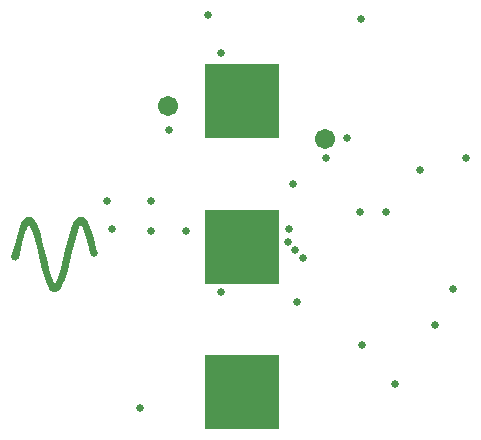
<source format=gbs>
%FSLAX44Y44*%
%MOMM*%
G71*
G01*
G75*
G04 Layer_Color=16711935*
%ADD10R,0.5000X0.6000*%
%ADD11R,0.5000X0.5000*%
%ADD12R,0.6000X0.5000*%
%ADD13R,1.4000X1.2000*%
%ADD14R,0.2500X0.5000*%
%ADD15C,1.5000*%
%ADD16R,0.2500X0.4000*%
%ADD17R,0.4000X0.2500*%
%ADD18R,3.2000X3.2000*%
%ADD19R,0.5590X1.1940*%
%ADD20R,0.9000X1.3000*%
%ADD21R,0.6000X1.2000*%
%ADD22R,0.6000X2.0000*%
%ADD23C,4.0000*%
%ADD24C,0.3000*%
%ADD25C,0.5000*%
%ADD26C,0.1500*%
%ADD27C,0.2000*%
%ADD28C,0.4500*%
%ADD29R,6.0700X6.0700*%
%ADD30C,0.0508*%
%ADD31C,0.1000*%
%ADD32R,0.7032X0.8032*%
%ADD33R,0.7032X0.7032*%
%ADD34R,0.8032X0.7032*%
%ADD35R,1.6032X1.4032*%
%ADD36R,0.4532X0.7032*%
%ADD37C,1.7032*%
%ADD38R,0.3516X0.5016*%
%ADD39R,0.5016X0.3516*%
%ADD40R,3.3016X3.3016*%
%ADD41R,0.7622X1.3972*%
%ADD42R,1.1032X1.5032*%
%ADD43R,0.7016X1.3016*%
%ADD44R,0.8032X2.2032*%
%ADD45C,4.2032*%
%ADD46C,0.7032*%
%ADD47C,0.5032*%
%ADD48C,0.6532*%
%ADD49R,6.2732X6.2732*%
G36*
X-141181Y18813D02*
X-141145Y18813D01*
X-141115Y18809D01*
X-141084Y18807D01*
X-141049Y18800D01*
X-141013Y18795D01*
X-140984Y18787D01*
X-140954Y18781D01*
X-140919Y18769D01*
X-140885Y18760D01*
X-140857Y18748D01*
X-140828Y18738D01*
X-140795Y18722D01*
X-140762Y18708D01*
X-140163Y18409D01*
X-140161Y18408D01*
X-140123Y18389D01*
X-140084Y18372D01*
X-140063Y18360D01*
X-140041Y18349D01*
X-140006Y18326D01*
X-139970Y18304D01*
X-139951Y18289D01*
X-139931Y18275D01*
X-139899Y18247D01*
X-139866Y18221D01*
X-139121Y17544D01*
X-139110Y17537D01*
X-139094Y17524D01*
X-139077Y17513D01*
X-139043Y17483D01*
X-139007Y17454D01*
X-138993Y17439D01*
X-138977Y17425D01*
X-138947Y17391D01*
X-138915Y17357D01*
X-138324Y16647D01*
X-138300Y16623D01*
X-138285Y16603D01*
X-138269Y16585D01*
X-138246Y16550D01*
X-138221Y16516D01*
X-137283Y15060D01*
X-137271Y15038D01*
X-137257Y15018D01*
X-137239Y14981D01*
X-137219Y14944D01*
X-137210Y14921D01*
X-137198Y14899D01*
X-137185Y14859D01*
X-137181Y14849D01*
X-135792Y11947D01*
X-135770Y11894D01*
X-135748Y11841D01*
X-133692Y5904D01*
X-133685Y5876D01*
X-133675Y5848D01*
X-132003Y-61D01*
X-132002Y-68D01*
X-132000Y-75D01*
X-131988Y-133D01*
X-131983Y-155D01*
X-129259Y-11076D01*
X-129259Y-11078D01*
X-129258Y-11079D01*
X-129247Y-11143D01*
X-129235Y-11207D01*
X-129235Y-11209D01*
X-129235Y-11211D01*
X-129232Y-11271D01*
X-129229Y-11340D01*
X-129229Y-11342D01*
X-129229Y-11344D01*
X-129234Y-11405D01*
X-129240Y-11473D01*
X-129240Y-11475D01*
X-129241Y-11476D01*
X-129255Y-11541D01*
X-129268Y-11603D01*
X-129269Y-11605D01*
X-129269Y-11606D01*
X-129291Y-11668D01*
X-129313Y-11729D01*
X-129314Y-11730D01*
X-129315Y-11732D01*
X-129344Y-11788D01*
X-129374Y-11847D01*
X-129375Y-11848D01*
X-129376Y-11850D01*
X-130054Y-12969D01*
X-130055Y-12971D01*
X-130056Y-12973D01*
X-130094Y-13027D01*
X-130130Y-13079D01*
X-130131Y-13080D01*
X-130132Y-13082D01*
X-130174Y-13127D01*
X-130220Y-13177D01*
X-130221Y-13178D01*
X-130223Y-13180D01*
X-130269Y-13219D01*
X-130322Y-13263D01*
X-130323Y-13264D01*
X-130325Y-13265D01*
X-130378Y-13298D01*
X-130434Y-13334D01*
X-130436Y-13335D01*
X-130437Y-13336D01*
X-130494Y-13363D01*
X-130555Y-13391D01*
X-130556Y-13391D01*
X-130558Y-13392D01*
X-130620Y-13412D01*
X-130681Y-13431D01*
X-130683Y-13431D01*
X-130685Y-13432D01*
X-132473Y-13864D01*
X-132474Y-13865D01*
X-132474Y-13865D01*
X-132540Y-13876D01*
X-132604Y-13887D01*
X-132605Y-13887D01*
X-132606Y-13887D01*
X-132666Y-13890D01*
X-132737Y-13893D01*
X-132738Y-13893D01*
X-132739Y-13893D01*
X-132794Y-13888D01*
X-132870Y-13881D01*
X-132871Y-13880D01*
X-132871Y-13880D01*
X-132926Y-13868D01*
X-133000Y-13851D01*
X-133001Y-13851D01*
X-133001Y-13851D01*
X-133056Y-13831D01*
X-133125Y-13806D01*
X-133126Y-13805D01*
X-133126Y-13805D01*
X-133178Y-13778D01*
X-133243Y-13744D01*
X-133244Y-13743D01*
X-133244Y-13743D01*
X-134748Y-12822D01*
X-134857Y-12745D01*
X-134955Y-12655D01*
X-135040Y-12552D01*
X-135066Y-12511D01*
X-135111Y-12440D01*
X-135167Y-12319D01*
X-135206Y-12192D01*
X-135206Y-12191D01*
X-136337Y-7486D01*
X-137831Y-1637D01*
X-139450Y4104D01*
X-140353Y6913D01*
X-141352Y9587D01*
X-141916Y10861D01*
X-142445Y11898D01*
X-142445Y11898D01*
X-142445Y11898D01*
X-142495Y11995D01*
X-142965Y12730D01*
X-142970Y12722D01*
X-142970Y12722D01*
X-142971Y12722D01*
X-142973Y12718D01*
X-142973Y12718D01*
X-143314Y12258D01*
X-144733Y9249D01*
X-145726Y6542D01*
X-147441Y870D01*
X-150432Y-10843D01*
X-154087Y-25666D01*
X-154095Y-25690D01*
X-154100Y-25715D01*
X-156754Y-34560D01*
X-156763Y-34605D01*
X-156764Y-34609D01*
X-156764Y-34612D01*
X-156784Y-34671D01*
X-156804Y-34731D01*
X-158592Y-39141D01*
X-158617Y-39192D01*
X-158641Y-39244D01*
X-159419Y-40678D01*
X-159424Y-40692D01*
X-159445Y-40736D01*
X-159465Y-40780D01*
X-159474Y-40795D01*
X-159482Y-40812D01*
X-159509Y-40852D01*
X-159535Y-40893D01*
X-160540Y-42305D01*
X-160548Y-42322D01*
X-160549Y-42323D01*
X-160549Y-42324D01*
X-160586Y-42379D01*
X-160622Y-42433D01*
X-160623Y-42433D01*
X-160623Y-42434D01*
X-160668Y-42485D01*
X-160709Y-42533D01*
X-161416Y-43243D01*
X-161438Y-43262D01*
X-161459Y-43283D01*
X-161488Y-43306D01*
X-161516Y-43331D01*
X-161540Y-43347D01*
X-161563Y-43365D01*
X-162574Y-44055D01*
X-162579Y-44059D01*
X-162623Y-44089D01*
X-162667Y-44120D01*
X-162679Y-44126D01*
X-162689Y-44133D01*
X-162737Y-44156D01*
X-162785Y-44181D01*
X-162797Y-44186D01*
X-162809Y-44192D01*
X-162859Y-44209D01*
X-162910Y-44227D01*
X-164337Y-44647D01*
X-164392Y-44660D01*
X-164447Y-44673D01*
X-164457Y-44674D01*
X-164467Y-44676D01*
X-164522Y-44681D01*
X-164579Y-44688D01*
X-164597Y-44689D01*
X-164611Y-44688D01*
X-164624Y-44689D01*
X-164677Y-44687D01*
X-164730Y-44686D01*
X-164744Y-44684D01*
X-164757Y-44683D01*
X-165130Y-44641D01*
X-165132Y-44640D01*
X-165135Y-44640D01*
X-166301Y-44502D01*
X-166308Y-44501D01*
X-166314Y-44500D01*
X-166358Y-44491D01*
X-166402Y-44485D01*
X-166416Y-44480D01*
X-166432Y-44477D01*
X-166438Y-44475D01*
X-166444Y-44474D01*
X-166487Y-44460D01*
X-166529Y-44447D01*
X-166544Y-44441D01*
X-166559Y-44436D01*
X-166564Y-44433D01*
X-166571Y-44431D01*
X-166611Y-44411D01*
X-166651Y-44394D01*
X-167771Y-43810D01*
X-167778Y-43806D01*
X-167786Y-43803D01*
X-167835Y-43772D01*
X-167885Y-43741D01*
X-167892Y-43736D01*
X-167898Y-43732D01*
X-167943Y-43695D01*
X-167989Y-43658D01*
X-167995Y-43652D01*
X-168001Y-43647D01*
X-168797Y-42894D01*
X-168835Y-42870D01*
X-168846Y-42860D01*
X-168858Y-42853D01*
X-168897Y-42818D01*
X-168938Y-42785D01*
X-168947Y-42774D01*
X-168958Y-42765D01*
X-168993Y-42726D01*
X-169028Y-42687D01*
X-169769Y-41776D01*
X-169778Y-41764D01*
X-169788Y-41752D01*
X-170207Y-41204D01*
X-170210Y-41199D01*
X-170214Y-41195D01*
X-170247Y-41143D01*
X-170280Y-41093D01*
X-170283Y-41088D01*
X-170286Y-41083D01*
X-171082Y-39660D01*
X-171085Y-39657D01*
X-171090Y-39649D01*
X-171096Y-39642D01*
X-171128Y-39595D01*
X-171161Y-39548D01*
X-171165Y-39539D01*
X-171170Y-39531D01*
X-171196Y-39480D01*
X-171222Y-39429D01*
X-172474Y-36559D01*
X-172477Y-36550D01*
X-172481Y-36542D01*
X-172500Y-36487D01*
X-172519Y-36434D01*
X-172521Y-36425D01*
X-172524Y-36416D01*
X-172531Y-36379D01*
X-174491Y-30524D01*
X-174499Y-30493D01*
X-174510Y-30463D01*
X-175779Y-25688D01*
X-175780Y-25687D01*
X-175780Y-25685D01*
X-177616Y-18696D01*
X-177628Y-18670D01*
X-177633Y-18652D01*
X-177640Y-18635D01*
X-177653Y-18589D01*
X-177667Y-18543D01*
X-180531Y-6733D01*
X-183694Y4855D01*
X-185643Y10276D01*
X-186828Y12550D01*
X-186972Y12747D01*
X-186980Y12737D01*
X-186980Y12737D01*
X-186980Y12736D01*
X-187336Y12231D01*
X-187903Y11120D01*
X-188998Y8558D01*
X-189972Y5810D01*
X-191257Y1551D01*
X-192420Y-2797D01*
X-195751Y-16330D01*
X-195780Y-16422D01*
X-195791Y-16456D01*
X-195791Y-16456D01*
X-195791Y-16457D01*
X-195819Y-16516D01*
X-195847Y-16577D01*
X-195847Y-16577D01*
X-195847Y-16577D01*
X-195912Y-16679D01*
X-195919Y-16689D01*
D01*
X-195919Y-16689D01*
X-195981Y-16763D01*
X-196004Y-16791D01*
X-196005Y-16791D01*
X-196005Y-16791D01*
X-196075Y-16856D01*
X-196103Y-16881D01*
X-196103Y-16881D01*
X-196103Y-16881D01*
X-196168Y-16927D01*
X-196212Y-16957D01*
X-197726Y-17874D01*
X-197728Y-17875D01*
X-197729Y-17876D01*
X-197787Y-17906D01*
X-197844Y-17936D01*
X-197846Y-17936D01*
X-197847Y-17937D01*
X-197904Y-17957D01*
X-197970Y-17981D01*
X-197971Y-17981D01*
X-197973Y-17982D01*
X-198032Y-17995D01*
X-198100Y-18010D01*
X-198101Y-18010D01*
X-198103Y-18010D01*
X-198169Y-18016D01*
X-198232Y-18021D01*
X-198234Y-18021D01*
X-198236Y-18021D01*
X-198302Y-18018D01*
X-198365Y-18015D01*
X-198367Y-18015D01*
X-198369Y-18015D01*
X-198429Y-18004D01*
X-198496Y-17992D01*
X-198498Y-17991D01*
X-198500Y-17991D01*
X-200381Y-17522D01*
X-200383Y-17522D01*
X-200385Y-17521D01*
X-200449Y-17500D01*
X-200508Y-17482D01*
X-200510Y-17481D01*
X-200512Y-17480D01*
X-200570Y-17452D01*
X-200628Y-17425D01*
X-200630Y-17424D01*
X-200632Y-17423D01*
X-200686Y-17388D01*
X-200740Y-17353D01*
X-200742Y-17352D01*
X-200744Y-17350D01*
X-200795Y-17307D01*
X-200842Y-17267D01*
X-200843Y-17265D01*
X-200845Y-17264D01*
X-200889Y-17215D01*
X-200931Y-17168D01*
X-200933Y-17167D01*
X-200934Y-17165D01*
X-200971Y-17111D01*
X-201007Y-17059D01*
X-201008Y-17057D01*
X-201010Y-17055D01*
X-201591Y-16079D01*
X-201620Y-16022D01*
X-201648Y-15967D01*
X-201650Y-15963D01*
X-201651Y-15960D01*
X-201673Y-15900D01*
X-201694Y-15842D01*
X-201695Y-15838D01*
X-201696Y-15834D01*
X-201709Y-15771D01*
X-201723Y-15712D01*
X-201723Y-15708D01*
X-201724Y-15704D01*
X-201729Y-15642D01*
X-201734Y-15579D01*
X-201734Y-15575D01*
X-201734Y-15571D01*
X-201731Y-15509D01*
X-201728Y-15446D01*
X-201727Y-15442D01*
X-201727Y-15438D01*
X-201716Y-15376D01*
X-201705Y-15315D01*
X-198264Y-1299D01*
X-198258Y-1281D01*
X-198254Y-1262D01*
X-195717Y7646D01*
X-195707Y7674D01*
X-195698Y7703D01*
X-194660Y10668D01*
X-194648Y10696D01*
X-194638Y10725D01*
X-193428Y13615D01*
X-193428Y13615D01*
X-193428Y13615D01*
X-193426Y13619D01*
X-193398Y13676D01*
X-193369Y13735D01*
X-193368Y13736D01*
X-193367Y13738D01*
X-193329Y13793D01*
X-193295Y13845D01*
X-193293Y13847D01*
X-193292Y13849D01*
X-193292Y13849D01*
X-192580Y15204D01*
X-192579Y15205D01*
X-192572Y15226D01*
X-192552Y15266D01*
X-192534Y15308D01*
X-192523Y15326D01*
X-192513Y15345D01*
X-192488Y15383D01*
X-192465Y15421D01*
X-191510Y16782D01*
X-191501Y16801D01*
X-191500Y16802D01*
X-191481Y16841D01*
X-191476Y16849D01*
X-191472Y16858D01*
X-191441Y16905D01*
X-191410Y16954D01*
X-191403Y16961D01*
X-191398Y16969D01*
X-191361Y17011D01*
X-191324Y17055D01*
X-190640Y17766D01*
X-190621Y17783D01*
X-190603Y17802D01*
X-190572Y17828D01*
X-190542Y17855D01*
X-190520Y17870D01*
X-190500Y17886D01*
X-190461Y17915D01*
X-190460Y17915D01*
X-190460Y17915D01*
X-190447Y17925D01*
X-190436Y17931D01*
X-190427Y17939D01*
X-189436Y18614D01*
X-189412Y18628D01*
X-189390Y18643D01*
X-189355Y18661D01*
X-189321Y18681D01*
X-189296Y18692D01*
X-189272Y18705D01*
X-189235Y18718D01*
X-189199Y18733D01*
X-189172Y18741D01*
X-189146Y18750D01*
X-189108Y18758D01*
X-189070Y18769D01*
X-189043Y18773D01*
X-189016Y18779D01*
X-188977Y18782D01*
X-188939Y18787D01*
X-188911Y18788D01*
X-188883Y18790D01*
X-187624Y18815D01*
X-187614Y18815D01*
X-187603Y18816D01*
X-185209D01*
X-185182Y18814D01*
X-185154Y18814D01*
X-185115Y18809D01*
X-185076Y18807D01*
X-185049Y18802D01*
X-185022Y18798D01*
X-184984Y18789D01*
X-184945Y18781D01*
X-184919Y18772D01*
X-184893Y18765D01*
X-184857Y18751D01*
X-184819Y18738D01*
X-184795Y18726D01*
X-184769Y18716D01*
X-184296Y18490D01*
X-184267Y18482D01*
X-184237Y18469D01*
X-184206Y18459D01*
X-184176Y18444D01*
X-184144Y18431D01*
X-184116Y18414D01*
X-184087Y18400D01*
X-184059Y18381D01*
X-184029Y18364D01*
X-184003Y18344D01*
X-183976Y18326D01*
X-183951Y18304D01*
X-183924Y18283D01*
X-183099Y17558D01*
X-183097Y17556D01*
X-183094Y17554D01*
X-183079Y17541D01*
X-183059Y17520D01*
X-183037Y17501D01*
X-183012Y17473D01*
X-182986Y17446D01*
X-182969Y17423D01*
X-182949Y17401D01*
X-181793Y15896D01*
X-181780Y15876D01*
X-181765Y15857D01*
X-181743Y15821D01*
X-181719Y15785D01*
X-181708Y15764D01*
X-181696Y15743D01*
X-180153Y12761D01*
X-180125Y12696D01*
X-180101Y12641D01*
X-180100Y12639D01*
X-180100Y12639D01*
Y12639D01*
X-177945Y6707D01*
X-177933Y6667D01*
X-177919Y6626D01*
X-174694Y-5258D01*
X-174692Y-5270D01*
X-174688Y-5282D01*
X-171793Y-17113D01*
X-168730Y-28759D01*
X-166873Y-34306D01*
X-165763Y-36822D01*
X-165179Y-37872D01*
X-164976Y-38138D01*
X-164657Y-37669D01*
X-164068Y-36586D01*
X-162502Y-32657D01*
X-159929Y-24131D01*
X-156302Y-9422D01*
X-156301Y-9418D01*
X-156300Y-9413D01*
X-153253Y2469D01*
X-153246Y2490D01*
X-153241Y2512D01*
X-151439Y8452D01*
X-151434Y8464D01*
X-151431Y8478D01*
X-151431Y8478D01*
X-151426Y8490D01*
X-151422Y8503D01*
X-150380Y11381D01*
X-150375Y11406D01*
X-150366Y11433D01*
X-150359Y11460D01*
X-150345Y11495D01*
X-150332Y11532D01*
X-150320Y11557D01*
X-150309Y11583D01*
X-148573Y15201D01*
X-148565Y15220D01*
X-148554Y15253D01*
X-148540Y15282D01*
X-148527Y15312D01*
X-148510Y15342D01*
X-148495Y15373D01*
X-148477Y15399D01*
X-148461Y15427D01*
X-147732Y16523D01*
X-147726Y16532D01*
X-147720Y16541D01*
X-147685Y16585D01*
X-147651Y16629D01*
X-147644Y16637D01*
X-147637Y16645D01*
X-147409Y16896D01*
X-147407Y16898D01*
X-147405Y16900D01*
X-146599Y17776D01*
X-146584Y17790D01*
X-146570Y17807D01*
X-146536Y17837D01*
X-146503Y17867D01*
X-146488Y17878D01*
X-146479Y17886D01*
X-146469Y17895D01*
X-146468Y17896D01*
X-146430Y17929D01*
X-146419Y17936D01*
X-146409Y17944D01*
X-146312Y18015D01*
X-146285Y18032D01*
X-146259Y18051D01*
X-145308Y18656D01*
X-145288Y18667D01*
X-145270Y18679D01*
X-145230Y18699D01*
X-145191Y18720D01*
X-145171Y18728D01*
X-145151Y18738D01*
X-145108Y18753D01*
X-145067Y18769D01*
X-145046Y18774D01*
X-145025Y18781D01*
X-144981Y18790D01*
X-144938Y18800D01*
X-144916Y18803D01*
X-144894Y18807D01*
X-144850Y18810D01*
X-144805Y18815D01*
X-144783Y18814D01*
X-144761Y18816D01*
X-141217D01*
X-141181Y18813D01*
D02*
G37*
D37*
X64000Y84500D02*
D03*
X-69000Y113000D02*
D03*
D48*
X-132000Y-12000D02*
D03*
X500Y-10500D02*
D03*
X12250D02*
D03*
Y750D02*
D03*
X-11500Y-9750D02*
D03*
X0Y0D02*
D03*
X-92750Y-142500D02*
D03*
X-68250Y92250D02*
D03*
X-54000Y6750D02*
D03*
X93000Y23250D02*
D03*
X-35000Y190250D02*
D03*
X172250Y-42000D02*
D03*
X44750Y-16250D02*
D03*
X38000Y-9000D02*
D03*
X33250Y8500D02*
D03*
X32500Y-2500D02*
D03*
X-11750Y12000D02*
D03*
X0D02*
D03*
X11500D02*
D03*
X-11500Y1500D02*
D03*
X-83500Y32500D02*
D03*
X-120500D02*
D03*
X-116750Y8750D02*
D03*
X-84000Y6750D02*
D03*
X144350Y58230D02*
D03*
X183000Y68750D02*
D03*
X-24250Y157250D02*
D03*
X95250Y-89750D02*
D03*
X82500Y85750D02*
D03*
X36250Y46750D02*
D03*
X40250Y-53000D02*
D03*
X123250Y-122500D02*
D03*
X157000Y-72500D02*
D03*
X94125Y186625D02*
D03*
X115500Y23250D02*
D03*
X64500Y69000D02*
D03*
X-24000Y-45000D02*
D03*
D49*
X-6750Y-129750D02*
D03*
Y116850D02*
D03*
Y-6450D02*
D03*
M02*

</source>
